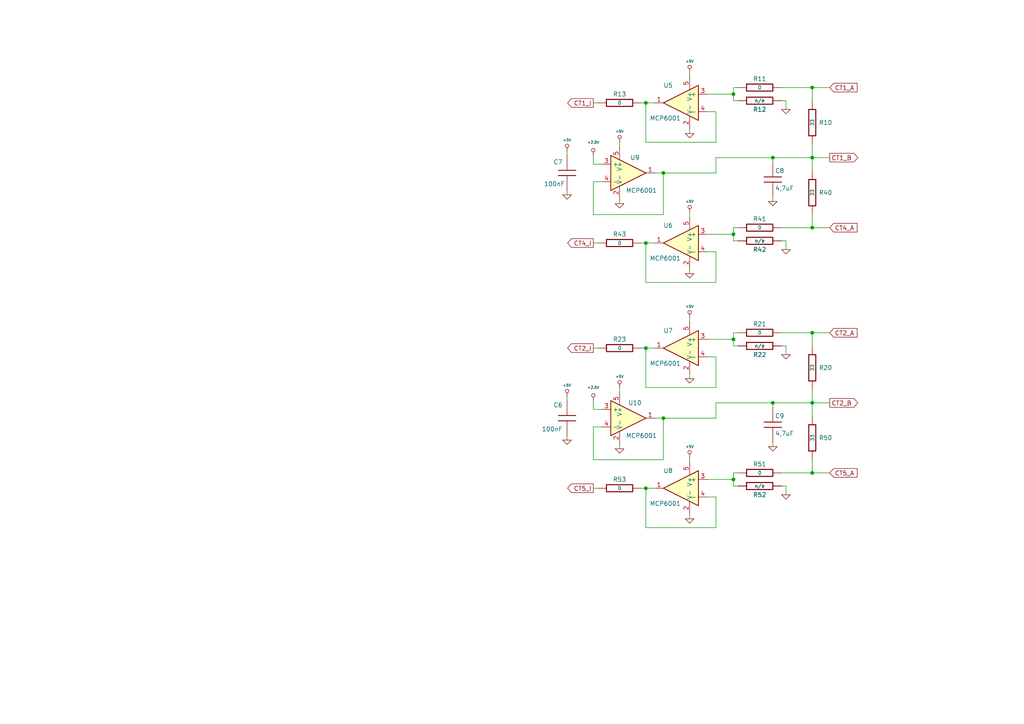
<source format=kicad_sch>
(kicad_sch (version 20211123) (generator eeschema)
  (paper "A4")
  (title_block (title "CowDIN power monitor - Current sensors") (date "2022-04-13") (rev "1") (company "Agilack") (comment 1 "License: CC-by-SA"))
  (lib_symbols
    (symbol "cowdin-3a-pwrmon:+2.5V" (power) (pin_names (offset 0))
      (property "Value" "+2.5V" (at 0 2.794 0))
      (symbol "+2.5V_0_0"
        (pin power_in line (at 0 0 90) (length 0) hide (name "+2.5V") (number "1"))
      )
      (symbol "+2.5V_0_1"
        (polyline (pts (xy 0 0) (xy 0 1.016) (xy 0 1.016)))
        (circle (center 0 1.524) (radius 0.508))
      )
    )
    (symbol "cowdin-3a-pwrmon:+5V" (power) (pin_names (offset 0))
      (property "Value" "+5V" (at 0 2.794 0))
      (symbol "+5V_0_0"
        (pin power_in line (at 0 0 90) (length 0) hide (name "+5V") (number "1"))
      )
      (symbol "+5V_0_1"
        (polyline (pts (xy 0 0) (xy 0 1.016) (xy 0 1.016)))
        (circle (center 0 1.524) (radius 0.508))
      )
    )
    (symbol "cowdin-3a-pwrmon:C" (pin_numbers hide) (pin_names (offset 0.254))
      (property "Reference" "C" (at 1.27 2.54 0))
      (property "Value" "C" (at 1.27 -2.54 0))
      (symbol "C_0_1"
        (polyline (pts (xy -2.54 -0.762) (xy 2.54 -0.762)) (stroke (width 0.254)))
        (polyline (pts (xy -2.54 0.762) (xy 2.54 0.762)) (stroke (width 0.254)))
      )
      (symbol "C_1_1"
        (pin passive line (at 0 5.08 270) (length 4.318) (name "~") (number "1"))
        (pin passive line (at 0 -5.08 90) (length 4.318) (name "~") (number "2"))
      )
    )
    (symbol "cowdin-3a-pwrmon:GND" (power) (pin_names (offset 0))
      (symbol "GND_0_1"
        (polyline (pts (xy -1.27 0) (xy 0 -1.27) (xy 1.27 0) (xy -1.27 0)))
      )
      (symbol "GND_1_1"
        (pin power_in line (at 0 0 90) (length 0) hide (name "GND") (number "1"))
      )
    )
    (symbol "cowdin-3a-pwrmon:MCP6001"
      (property "Reference" "U" (at 1.27 5.08 0))
      (property "Value" "MCP6001" (at 5.08 -5.08 0))
      (symbol "MCP6001_0_1"
        (polyline (pts (xy -5.08 5.08) (xy 5.08 0) (xy -5.08 -5.08) (xy -5.08 5.08)) (stroke (width 0.254)) (fill (type background)))
      )
      (symbol "MCP6001_1_1"
        (pin output line (at 7.62 0 180) (length 2.54) (name "~") (number "1"))
        (pin input line (at -2.54 -7.62 90) (length 3.81) (name "V-") (number "2"))
        (pin input line (at -7.62 2.54 0) (length 2.54) (name "+") (number "3"))
        (pin input line (at -7.62 -2.54 0) (length 2.54) (name "-") (number "4"))
        (pin input line (at -2.54 7.62 270) (length 3.81) (name "V+") (number "5"))
      )
    )
    (symbol "cowdin-3a-pwrmon:R" (pin_numbers hide) (pin_names (offset 0))
      (property "Reference" "R" (at 2.032 0 90))
      (property "Value" "R" (at 0 0 90))
      (symbol "R_0_1"
        (rectangle (start -1.016 3.81) (end 1.016 -3.81) (stroke (width 0.3048)))
      )
      (symbol "R_1_1"
        (pin passive line (at 0 6.35 270) (length 2.54) (name "~") (number "1"))
        (pin passive line (at 0 -6.35 90) (length 2.54) (name "~") (number "2"))
      )
    )
  )
  (junction (at 235.585 25.4))
  (junction (at 224.155 116.84))
  (junction (at 235.585 45.72))
  (junction (at 187.325 141.605))
  (junction (at 224.155 45.72))
  (junction (at 235.585 137.16))
  (junction (at 187.325 70.485))
  (junction (at 192.405 50.165))
  (junction (at 212.725 139.065))
  (junction (at 192.405 121.285))
  (junction (at 187.325 100.965))
  (junction (at 212.725 98.425))
  (junction (at 235.585 116.84))
  (junction (at 212.725 67.945))
  (junction (at 187.325 29.845))
  (junction (at 235.585 96.52))
  (junction (at 235.585 66.04))
  (junction (at 212.725 27.305))
  (wire (pts (xy 164.465 126.365) (xy 164.465 127.635)))
  (wire (pts (xy 226.695 69.85) (xy 227.965 69.85)))
  (wire (pts (xy 212.725 67.945) (xy 212.725 66.04)))
  (wire (pts (xy 200.025 61.595) (xy 200.025 62.865)))
  (wire (pts (xy 213.995 100.33) (xy 212.725 100.33)))
  (wire (pts (xy 192.405 50.165) (xy 189.865 50.165)))
  (wire (pts (xy 200.025 132.715) (xy 200.025 133.985)))
  (wire (pts (xy 192.405 62.23) (xy 192.405 50.165)))
  (wire (pts (xy 207.645 81.915) (xy 207.645 73.025)))
  (wire (pts (xy 187.325 141.605) (xy 187.325 153.035)))
  (wire (pts (xy 212.725 27.305) (xy 212.725 25.4)))
  (wire (pts (xy 200.025 92.075) (xy 200.025 93.345)))
  (wire (pts (xy 226.695 137.16) (xy 235.585 137.16)))
  (wire (pts (xy 226.695 25.4) (xy 235.585 25.4)))
  (wire (pts (xy 235.585 100.33) (xy 235.585 96.52)))
  (wire (pts (xy 186.055 29.845) (xy 187.325 29.845)))
  (wire (pts (xy 187.325 29.845) (xy 187.325 41.275)))
  (wire (pts (xy 179.705 41.275) (xy 179.705 42.545)))
  (wire (pts (xy 186.055 100.965) (xy 187.325 100.965)))
  (wire (pts (xy 192.405 133.35) (xy 192.405 121.285)))
  (wire (pts (xy 189.865 70.485) (xy 187.325 70.485)))
  (wire (pts (xy 240.665 66.04) (xy 235.585 66.04)))
  (wire (pts (xy 189.865 100.965) (xy 187.325 100.965)))
  (wire (pts (xy 205.105 67.945) (xy 212.725 67.945)))
  (wire (pts (xy 172.085 62.23) (xy 192.405 62.23)))
  (wire (pts (xy 235.585 116.84) (xy 235.585 120.65)))
  (wire (pts (xy 212.725 96.52) (xy 213.995 96.52)))
  (wire (pts (xy 235.585 96.52) (xy 240.665 96.52)))
  (wire (pts (xy 207.645 41.275) (xy 207.645 32.385)))
  (wire (pts (xy 226.695 66.04) (xy 235.585 66.04)))
  (wire (pts (xy 226.695 96.52) (xy 235.585 96.52)))
  (wire (pts (xy 227.965 69.85) (xy 227.965 72.39)))
  (wire (pts (xy 172.085 45.085) (xy 172.085 47.625)))
  (wire (pts (xy 227.965 29.21) (xy 227.965 31.75)))
  (wire (pts (xy 174.625 123.825) (xy 172.085 123.825)))
  (wire (pts (xy 235.585 29.21) (xy 235.585 25.4)))
  (wire (pts (xy 207.645 50.165) (xy 192.405 50.165)))
  (wire (pts (xy 226.695 100.33) (xy 227.965 100.33)))
  (wire (pts (xy 212.725 100.33) (xy 212.725 98.425)))
  (wire (pts (xy 213.995 29.21) (xy 212.725 29.21)))
  (wire (pts (xy 187.325 112.395) (xy 207.645 112.395)))
  (wire (pts (xy 207.645 45.72) (xy 224.155 45.72)))
  (wire (pts (xy 207.645 116.84) (xy 224.155 116.84)))
  (wire (pts (xy 187.325 81.915) (xy 207.645 81.915)))
  (wire (pts (xy 164.465 55.245) (xy 164.465 56.515)))
  (wire (pts (xy 172.085 123.825) (xy 172.085 133.35)))
  (wire (pts (xy 212.725 69.85) (xy 212.725 67.945)))
  (wire (pts (xy 212.725 98.425) (xy 212.725 96.52)))
  (wire (pts (xy 224.155 128.27) (xy 224.155 129.54)))
  (wire (pts (xy 227.965 100.33) (xy 227.965 102.87)))
  (wire (pts (xy 172.085 47.625) (xy 174.625 47.625)))
  (wire (pts (xy 240.665 45.72) (xy 235.585 45.72)))
  (wire (pts (xy 213.995 140.97) (xy 212.725 140.97)))
  (wire (pts (xy 172.085 141.605) (xy 173.355 141.605)))
  (wire (pts (xy 172.085 116.205) (xy 172.085 118.745)))
  (wire (pts (xy 192.405 121.285) (xy 189.865 121.285)))
  (wire (pts (xy 174.625 52.705) (xy 172.085 52.705)))
  (wire (pts (xy 226.695 29.21) (xy 227.965 29.21)))
  (wire (pts (xy 187.325 153.035) (xy 207.645 153.035)))
  (wire (pts (xy 186.055 141.605) (xy 187.325 141.605)))
  (wire (pts (xy 205.105 139.065) (xy 212.725 139.065)))
  (wire (pts (xy 189.865 29.845) (xy 187.325 29.845)))
  (wire (pts (xy 200.025 20.955) (xy 200.025 22.225)))
  (wire (pts (xy 240.665 137.16) (xy 235.585 137.16)))
  (wire (pts (xy 212.725 66.04) (xy 213.995 66.04)))
  (wire (pts (xy 226.695 140.97) (xy 227.965 140.97)))
  (wire (pts (xy 179.705 57.785) (xy 179.705 59.055)))
  (wire (pts (xy 212.725 29.21) (xy 212.725 27.305)))
  (wire (pts (xy 205.105 98.425) (xy 212.725 98.425)))
  (wire (pts (xy 212.725 25.4) (xy 213.995 25.4)))
  (wire (pts (xy 172.085 29.845) (xy 173.355 29.845)))
  (wire (pts (xy 212.725 139.065) (xy 212.725 137.16)))
  (wire (pts (xy 187.325 41.275) (xy 207.645 41.275)))
  (wire (pts (xy 186.055 70.485) (xy 187.325 70.485)))
  (wire (pts (xy 207.645 45.72) (xy 207.645 50.165)))
  (wire (pts (xy 164.465 43.815) (xy 164.465 45.085)))
  (wire (pts (xy 172.085 100.965) (xy 173.355 100.965)))
  (wire (pts (xy 189.865 141.605) (xy 187.325 141.605)))
  (wire (pts (xy 224.155 45.72) (xy 235.585 45.72)))
  (wire (pts (xy 207.645 121.285) (xy 192.405 121.285)))
  (wire (pts (xy 224.155 45.72) (xy 224.155 46.99)))
  (wire (pts (xy 205.105 103.505) (xy 207.645 103.505)))
  (wire (pts (xy 205.105 32.385) (xy 207.645 32.385)))
  (wire (pts (xy 212.725 137.16) (xy 213.995 137.16)))
  (wire (pts (xy 207.645 112.395) (xy 207.645 103.505)))
  (wire (pts (xy 224.155 116.84) (xy 235.585 116.84)))
  (wire (pts (xy 207.645 153.035) (xy 207.645 144.145)))
  (wire (pts (xy 235.585 66.04) (xy 235.585 62.23)))
  (wire (pts (xy 172.085 70.485) (xy 173.355 70.485)))
  (wire (pts (xy 200.025 37.465) (xy 200.025 38.735)))
  (wire (pts (xy 213.995 69.85) (xy 212.725 69.85)))
  (wire (pts (xy 172.085 52.705) (xy 172.085 62.23)))
  (wire (pts (xy 200.025 78.105) (xy 200.025 79.375)))
  (wire (pts (xy 235.585 116.84) (xy 235.585 113.03)))
  (wire (pts (xy 207.645 121.285) (xy 207.645 116.84)))
  (wire (pts (xy 235.585 25.4) (xy 240.665 25.4)))
  (wire (pts (xy 205.105 73.025) (xy 207.645 73.025)))
  (wire (pts (xy 200.025 149.225) (xy 200.025 150.495)))
  (wire (pts (xy 187.325 100.965) (xy 187.325 112.395)))
  (wire (pts (xy 172.085 133.35) (xy 192.405 133.35)))
  (wire (pts (xy 227.965 140.97) (xy 227.965 143.51)))
  (wire (pts (xy 205.105 27.305) (xy 212.725 27.305)))
  (wire (pts (xy 200.025 108.585) (xy 200.025 109.855)))
  (wire (pts (xy 212.725 140.97) (xy 212.725 139.065)))
  (wire (pts (xy 179.705 112.395) (xy 179.705 113.665)))
  (wire (pts (xy 240.665 116.84) (xy 235.585 116.84)))
  (wire (pts (xy 172.085 118.745) (xy 174.625 118.745)))
  (wire (pts (xy 164.465 114.935) (xy 164.465 116.205)))
  (wire (pts (xy 205.105 144.145) (xy 207.645 144.145)))
  (wire (pts (xy 235.585 45.72) (xy 235.585 49.53)))
  (wire (pts (xy 224.155 57.15) (xy 224.155 58.42)))
  (wire (pts (xy 224.155 116.84) (xy 224.155 118.11)))
  (wire (pts (xy 187.325 70.485) (xy 187.325 81.915)))
  (wire (pts (xy 235.585 137.16) (xy 235.585 133.35)))
  (wire (pts (xy 179.705 128.905) (xy 179.705 130.175)))
  (wire (pts (xy 235.585 45.72) (xy 235.585 41.91)))
  (global_label "CT4_I" (shape output) (at 172.085 70.485 180) (property "Intersheet References" "${INTERSHEET_REFS}" (effects hide)))
  (global_label "CT2_B" (shape output) (at 240.665 116.84 0) (property "Intersheet References" "${INTERSHEET_REFS}" (effects hide)))
  (global_label "CT4_A" (shape input) (at 240.665 66.04 0) (property "Intersheet References" "${INTERSHEET_REFS}" (effects hide)))
  (global_label "CT2_I" (shape output) (at 172.085 100.965 180) (property "Intersheet References" "${INTERSHEET_REFS}" (effects hide)))
  (global_label "CT5_I" (shape output) (at 172.085 141.605 180) (property "Intersheet References" "${INTERSHEET_REFS}" (effects hide)))
  (global_label "CT5_A" (shape input) (at 240.665 137.16 0) (property "Intersheet References" "${INTERSHEET_REFS}" (effects hide)))
  (global_label "CT2_A" (shape input) (at 240.665 96.52 0) (property "Intersheet References" "${INTERSHEET_REFS}" (effects hide)))
  (global_label "CT1_B" (shape output) (at 240.665 45.72 0) (property "Intersheet References" "${INTERSHEET_REFS}" (effects hide)))
  (global_label "CT1_A" (shape input) (at 240.665 25.4 0) (property "Intersheet References" "${INTERSHEET_REFS}" (effects hide)))
  (global_label "CT1_I" (shape output) (at 172.085 29.845 180) (property "Intersheet References" "${INTERSHEET_REFS}" (effects hide)))
  (symbol (lib_id "cowdin-3a-pwrmon:R") (at 220.345 96.52 90) (unit 1)
    (property "Reference" "R21" (at 220.345 93.98 90))
    (property "Value" "0" (at 220.345 96.52 90) (effects (font (size 1.016 1.016))))
    (property "Footprint" "cowdin-3a-pwrmon:SMD0603" (effects hide))
  )
  (symbol (lib_id "cowdin-3a-pwrmon:GND") (at 200.025 79.375 0) (unit 1)
    (property "Reference" "#PWR0125" (effects hide))
    (property "Value" "GND" (effects hide))
  )
  (symbol (lib_id "cowdin-3a-pwrmon:+5V") (at 179.705 112.395 0) (unit 1)
    (property "Reference" "#PWR0137" (effects hide))
    (property "Value" "+5V" (at 179.705 109.22 0) (effects (font (size 0.762 0.762))))
  )
  (symbol (lib_id "cowdin-3a-pwrmon:C") (at 164.465 121.285 0) (unit 1)
    (property "Reference" "C6" (at 163.195 117.475 0) (effects (justify right)))
    (property "Value" "100nF" (at 163.195 124.46 0) (effects (justify right)))
    (property "Footprint" "cowdin-3a-pwrmon:SMD0603" (effects hide))
  )
  (symbol (lib_id "cowdin-3a-pwrmon:R") (at 235.585 35.56 0) (unit 1)
    (property "Reference" "R10" (at 237.49 35.56 0) (effects (justify left)))
    (property "Value" "33" (at 235.585 35.56 90) (effects (font (size 1.016 1.016))))
    (property "Footprint" "cowdin-3a-pwrmon:SMD2010" (effects hide))
  )
  (symbol (lib_id "cowdin-3a-pwrmon:R") (at 220.345 140.97 270) (unit 1)
    (property "Reference" "R52" (at 220.345 143.51 90))
    (property "Value" "n/e" (at 220.345 140.97 90) (effects (font (size 1.016 1.016))))
    (property "Footprint" "cowdin-3a-pwrmon:SMD0603" (effects hide))
  )
  (symbol (lib_id "cowdin-3a-pwrmon:GND") (at 200.025 38.735 0) (unit 1)
    (property "Reference" "#PWR0124" (effects hide))
    (property "Value" "GND" (effects hide))
  )
  (symbol (lib_id "cowdin-3a-pwrmon:R") (at 220.345 100.33 270) (unit 1)
    (property "Reference" "R22" (at 220.345 102.87 90))
    (property "Value" "n/e" (at 220.345 100.33 90) (effects (font (size 1.016 1.016))))
    (property "Footprint" "cowdin-3a-pwrmon:SMD0603" (effects hide))
  )
  (symbol (lib_id "cowdin-3a-pwrmon:+2.5V") (at 172.085 45.085 0) (unit 1)
    (property "Reference" "#PWR0121" (effects hide))
    (property "Value" "+2.5V" (at 172.085 41.275 0) (effects (font (size 0.762 0.762))))
  )
  (symbol (lib_id "cowdin-3a-pwrmon:MCP6001") (at 197.485 141.605 0) (mirror y) (unit 1)
    (property "Reference" "U8" (at 192.405 136.525 0) (effects (justify right)))
    (property "Value" "MCP6001" (at 197.485 146.05 0) (effects (justify left)))
    (property "Footprint" "cowdin-3a-pwrmon:SOT23-5" (effects hide))
  )
  (symbol (lib_id "cowdin-3a-pwrmon:GND") (at 179.705 130.175 0) (unit 1)
    (property "Reference" "#PWR0119" (effects hide))
    (property "Value" "GND" (effects hide))
  )
  (symbol (lib_id "cowdin-3a-pwrmon:R") (at 220.345 137.16 90) (unit 1)
    (property "Reference" "R51" (at 220.345 134.62 90))
    (property "Value" "0" (at 220.345 137.16 90) (effects (font (size 1.016 1.016))))
    (property "Footprint" "cowdin-3a-pwrmon:SMD0603" (effects hide))
  )
  (symbol (lib_id "cowdin-3a-pwrmon:MCP6001") (at 197.485 70.485 0) (mirror y) (unit 1)
    (property "Reference" "U6" (at 192.405 65.405 0) (effects (justify right)))
    (property "Value" "MCP6001" (at 197.485 74.93 0) (effects (justify left)))
    (property "Footprint" "cowdin-3a-pwrmon:SOT23-5" (effects hide))
  )
  (symbol (lib_id "cowdin-3a-pwrmon:R") (at 179.705 70.485 90) (unit 1)
    (property "Reference" "R43" (at 179.705 67.945 90))
    (property "Value" "0" (at 179.705 70.485 90) (effects (font (size 1.016 1.016))))
    (property "Footprint" "cowdin-3a-pwrmon:SMD0603" (effects hide))
  )
  (symbol (lib_id "cowdin-3a-pwrmon:R") (at 179.705 29.845 90) (unit 1)
    (property "Reference" "R13" (at 179.705 27.305 90))
    (property "Value" "0" (at 179.705 29.845 90) (effects (font (size 1.016 1.016))))
    (property "Footprint" "cowdin-3a-pwrmon:SMD0603" (effects hide))
  )
  (symbol (lib_id "cowdin-3a-pwrmon:GND") (at 224.155 58.42 0) (unit 1)
    (property "Reference" "#PWR0122" (effects hide))
    (property "Value" "GND" (effects hide))
  )
  (symbol (lib_id "cowdin-3a-pwrmon:GND") (at 179.705 59.055 0) (unit 1)
    (property "Reference" "#PWR0135" (effects hide))
    (property "Value" "GND" (effects hide))
  )
  (symbol (lib_id "cowdin-3a-pwrmon:GND") (at 227.965 31.75 0) (unit 1)
    (property "Reference" "#PWR0115" (effects hide))
    (property "Value" "GND" (effects hide))
  )
  (symbol (lib_id "cowdin-3a-pwrmon:MCP6001") (at 182.245 121.285 0) (unit 1)
    (property "Reference" "U10" (at 184.15 116.84 0))
    (property "Value" "MCP6001" (at 186.055 126.365 0))
    (property "Footprint" "cowdin-3a-pwrmon:SOT23-5" (effects hide))
  )
  (symbol (lib_id "cowdin-3a-pwrmon:C") (at 224.155 52.07 0) (unit 1)
    (property "Reference" "C8" (at 224.79 49.53 0) (effects (justify left)))
    (property "Value" "4,7uF" (at 224.79 54.61 0) (effects (justify left)))
    (property "Footprint" "cowdin-3a-pwrmon:SMD0805" (effects hide))
  )
  (symbol (lib_id "cowdin-3a-pwrmon:R") (at 179.705 100.965 90) (unit 1)
    (property "Reference" "R23" (at 179.705 98.425 90))
    (property "Value" "0" (at 179.705 100.965 90) (effects (font (size 1.016 1.016))))
    (property "Footprint" "cowdin-3a-pwrmon:SMD0603" (effects hide))
  )
  (symbol (lib_id "cowdin-3a-pwrmon:+5V") (at 200.025 132.715 0) (unit 1)
    (property "Reference" "#PWR0133" (effects hide))
    (property "Value" "+5V" (at 200.025 129.54 0) (effects (font (size 0.762 0.762))))
  )
  (symbol (lib_id "cowdin-3a-pwrmon:GND") (at 227.965 143.51 0) (unit 1)
    (property "Reference" "#PWR0116" (effects hide))
    (property "Value" "GND" (effects hide))
  )
  (symbol (lib_id "cowdin-3a-pwrmon:+5V") (at 200.025 92.075 0) (unit 1)
    (property "Reference" "#PWR0134" (effects hide))
    (property "Value" "+5V" (at 200.025 88.9 0) (effects (font (size 0.762 0.762))))
  )
  (symbol (lib_id "cowdin-3a-pwrmon:GND") (at 200.025 109.855 0) (unit 1)
    (property "Reference" "#PWR0131" (effects hide))
    (property "Value" "GND" (effects hide))
  )
  (symbol (lib_id "cowdin-3a-pwrmon:R") (at 235.585 106.68 0) (unit 1)
    (property "Reference" "R20" (at 237.49 106.68 0) (effects (justify left)))
    (property "Value" "33" (at 235.585 106.68 90) (effects (font (size 1.016 1.016))))
    (property "Footprint" "cowdin-3a-pwrmon:SMD2010" (effects hide))
  )
  (symbol (lib_id "cowdin-3a-pwrmon:GND") (at 164.465 56.515 0) (unit 1)
    (property "Reference" "#PWR0128" (effects hide))
    (property "Value" "GND" (effects hide))
  )
  (symbol (lib_id "cowdin-3a-pwrmon:MCP6001") (at 182.245 50.165 0) (unit 1)
    (property "Reference" "U9" (at 184.15 45.72 0))
    (property "Value" "MCP6001" (at 186.055 55.245 0))
    (property "Footprint" "cowdin-3a-pwrmon:SOT23-5" (effects hide))
  )
  (symbol (lib_id "cowdin-3a-pwrmon:+5V") (at 179.705 41.275 0) (unit 1)
    (property "Reference" "#PWR0136" (effects hide))
    (property "Value" "+5V" (at 179.705 38.1 0) (effects (font (size 0.762 0.762))))
  )
  (symbol (lib_id "cowdin-3a-pwrmon:C") (at 164.465 50.165 0) (unit 1)
    (property "Reference" "C7" (at 163.195 46.99 0) (effects (justify right)))
    (property "Value" "100nF" (at 163.83 53.34 0) (effects (justify right)))
    (property "Footprint" "cowdin-3a-pwrmon:SMD0603" (effects hide))
  )
  (symbol (lib_id "cowdin-3a-pwrmon:GND") (at 224.155 129.54 0) (unit 1)
    (property "Reference" "#PWR0120" (effects hide))
    (property "Value" "GND" (effects hide))
  )
  (symbol (lib_id "cowdin-3a-pwrmon:GND") (at 200.025 150.495 0) (unit 1)
    (property "Reference" "#PWR0130" (effects hide))
    (property "Value" "GND" (effects hide))
  )
  (symbol (lib_id "cowdin-3a-pwrmon:+5V") (at 200.025 61.595 0) (unit 1)
    (property "Reference" "#PWR0126" (effects hide))
    (property "Value" "+5V" (at 200.025 58.42 0) (effects (font (size 0.762 0.762))))
  )
  (symbol (lib_id "cowdin-3a-pwrmon:R") (at 235.585 127 0) (unit 1)
    (property "Reference" "R50" (at 237.49 127 0) (effects (justify left)))
    (property "Value" "33" (at 235.585 127 90) (effects (font (size 1.016 1.016))))
    (property "Footprint" "cowdin-3a-pwrmon:SMD2010" (effects hide))
  )
  (symbol (lib_id "cowdin-3a-pwrmon:GND") (at 164.465 127.635 0) (unit 1)
    (property "Reference" "#PWR0129" (effects hide))
    (property "Value" "GND" (effects hide))
  )
  (symbol (lib_id "cowdin-3a-pwrmon:MCP6001") (at 197.485 100.965 0) (mirror y) (unit 1)
    (property "Reference" "U7" (at 192.405 95.885 0) (effects (justify right)))
    (property "Value" "MCP6001" (at 197.485 105.41 0) (effects (justify left)))
    (property "Footprint" "cowdin-3a-pwrmon:SOT23-5" (effects hide))
  )
  (symbol (lib_id "cowdin-3a-pwrmon:R") (at 235.585 55.88 0) (unit 1)
    (property "Reference" "R40" (at 237.49 55.88 0) (effects (justify left)))
    (property "Value" "33" (at 235.585 55.88 90) (effects (font (size 1.016 1.016))))
    (property "Footprint" "cowdin-3a-pwrmon:SMD2010" (effects hide))
  )
  (symbol (lib_id "cowdin-3a-pwrmon:GND") (at 227.965 102.87 0) (unit 1)
    (property "Reference" "#PWR0117" (effects hide))
    (property "Value" "GND" (effects hide))
  )
  (symbol (lib_id "cowdin-3a-pwrmon:+5V") (at 200.025 20.955 0) (unit 1)
    (property "Reference" "#PWR0123" (effects hide))
    (property "Value" "+5V" (at 200.025 17.78 0) (effects (font (size 0.762 0.762))))
  )
  (symbol (lib_id "cowdin-3a-pwrmon:+5V") (at 164.465 43.815 0) (unit 1)
    (property "Reference" "#PWR0127" (effects hide))
    (property "Value" "+5V" (at 164.465 40.64 0) (effects (font (size 0.762 0.762))))
  )
  (symbol (lib_id "cowdin-3a-pwrmon:+5V") (at 164.465 114.935 0) (unit 1)
    (property "Reference" "#PWR0132" (effects hide))
    (property "Value" "+5V" (at 164.465 111.76 0) (effects (font (size 0.762 0.762))))
  )
  (symbol (lib_id "cowdin-3a-pwrmon:R") (at 220.345 66.04 90) (unit 1)
    (property "Reference" "R41" (at 220.345 63.5 90))
    (property "Value" "0" (at 220.345 66.04 90) (effects (font (size 1.016 1.016))))
    (property "Footprint" "cowdin-3a-pwrmon:SMD0603" (effects hide))
  )
  (symbol (lib_id "cowdin-3a-pwrmon:+2.5V") (at 172.085 116.205 0) (unit 1)
    (property "Reference" "#PWR0138" (effects hide))
    (property "Value" "+2.5V" (at 172.085 112.395 0) (effects (font (size 0.762 0.762))))
  )
  (symbol (lib_id "cowdin-3a-pwrmon:GND") (at 227.965 72.39 0) (unit 1)
    (property "Reference" "#PWR0118" (effects hide))
    (property "Value" "GND" (effects hide))
  )
  (symbol (lib_id "cowdin-3a-pwrmon:R") (at 179.705 141.605 90) (unit 1)
    (property "Reference" "R53" (at 179.705 139.065 90))
    (property "Value" "0" (at 179.705 141.605 90) (effects (font (size 1.016 1.016))))
    (property "Footprint" "cowdin-3a-pwrmon:SMD0603" (effects hide))
  )
  (symbol (lib_id "cowdin-3a-pwrmon:R") (at 220.345 69.85 270) (unit 1)
    (property "Reference" "R42" (at 220.345 72.39 90))
    (property "Value" "n/e" (at 220.345 69.85 90) (effects (font (size 1.016 1.016))))
    (property "Footprint" "cowdin-3a-pwrmon:SMD0603" (effects hide))
  )
  (symbol (lib_id "cowdin-3a-pwrmon:R") (at 220.345 29.21 270) (unit 1)
    (property "Reference" "R12" (at 220.345 31.75 90))
    (property "Value" "n/e" (at 220.345 29.21 90) (effects (font (size 1.016 1.016))))
    (property "Footprint" "cowdin-3a-pwrmon:SMD0603" (effects hide))
  )
  (symbol (lib_id "cowdin-3a-pwrmon:C") (at 224.155 123.19 0) (unit 1)
    (property "Reference" "C9" (at 224.79 120.65 0) (effects (justify left)))
    (property "Value" "4,7uF" (at 224.79 125.73 0) (effects (justify left)))
    (property "Footprint" "cowdin-3a-pwrmon:SMD0805" (effects hide))
  )
  (symbol (lib_id "cowdin-3a-pwrmon:R") (at 220.345 25.4 90) (unit 1)
    (property "Reference" "R11" (at 220.345 22.86 90))
    (property "Value" "0" (at 220.345 25.4 90) (effects (font (size 1.016 1.016))))
    (property "Footprint" "cowdin-3a-pwrmon:SMD0603" (effects hide))
  )
  (symbol (lib_id "cowdin-3a-pwrmon:MCP6001") (at 197.485 29.845 0) (mirror y) (unit 1)
    (property "Reference" "U5" (at 192.405 24.765 0) (effects (justify right)))
    (property "Value" "MCP6001" (at 197.485 34.29 0) (effects (justify left)))
    (property "Footprint" "cowdin-3a-pwrmon:SOT23-5" (effects hide))
  )
)
</source>
